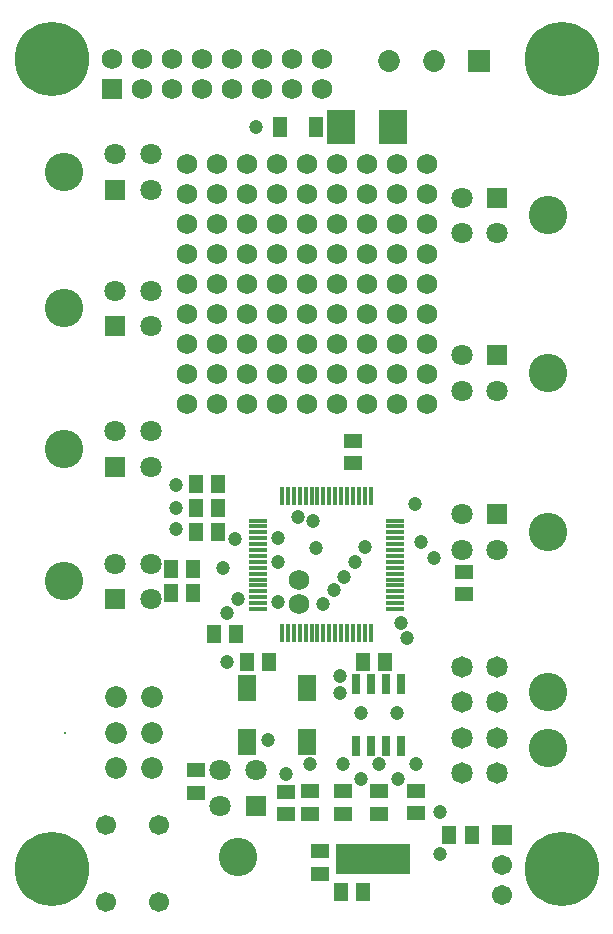
<source format=gbr>
%TF.GenerationSoftware,Altium Limited,Altium Designer,20.1.14 (287)*%
G04 Layer_Color=16711935*
%FSLAX25Y25*%
%MOIN*%
%TF.SameCoordinates,EAB65FBB-9CC0-4E70-8F82-B449C0BBF2B7*%
%TF.FilePolarity,Negative*%
%TF.FileFunction,Soldermask,Bot*%
%TF.Part,Single*%
G01*
G75*
%TA.AperFunction,SMDPad,CuDef*%
%ADD35R,0.01181X0.06496*%
%ADD36R,0.06496X0.01181*%
%TA.AperFunction,NonConductor*%
%ADD51R,0.25000X0.10000*%
%TA.AperFunction,SMDPad,CuDef*%
%ADD52R,0.04737X0.07099*%
%ADD53R,0.06312X0.04934*%
%ADD54R,0.05918X0.09068*%
%ADD55R,0.03162X0.06706*%
%ADD56R,0.04934X0.06312*%
%ADD57R,0.09300X0.11599*%
%TA.AperFunction,ComponentPad*%
%ADD58C,0.06902*%
%ADD59R,0.06902X0.06902*%
%ADD60C,0.06800*%
%ADD61C,0.12808*%
%ADD62C,0.07119*%
%ADD63R,0.07119X0.07119*%
%ADD64C,0.07178*%
%ADD65C,0.06698*%
%ADD66R,0.04600X0.04600*%
%ADD67C,0.04600*%
%ADD68R,0.07119X0.07119*%
%ADD69R,0.07296X0.07296*%
%ADD70C,0.07296*%
%ADD71C,0.07217*%
%ADD72C,0.00800*%
%ADD73R,0.06706X0.06706*%
%ADD74C,0.06706*%
%TA.AperFunction,ViaPad*%
%ADD75C,0.04737*%
%ADD76C,0.24800*%
D35*
X91736Y139338D02*
D03*
X93705D02*
D03*
X95673D02*
D03*
X97642D02*
D03*
X99610D02*
D03*
X101579D02*
D03*
X103547D02*
D03*
X105516D02*
D03*
X107484D02*
D03*
X109453D02*
D03*
X111421D02*
D03*
X113390D02*
D03*
X115358D02*
D03*
X117327D02*
D03*
X119295D02*
D03*
X121264D02*
D03*
Y93662D02*
D03*
X119295D02*
D03*
X117327D02*
D03*
X115358D02*
D03*
X113390D02*
D03*
X111421D02*
D03*
X109453D02*
D03*
X107484D02*
D03*
X105516D02*
D03*
X103547D02*
D03*
X101579D02*
D03*
X99610D02*
D03*
X97642D02*
D03*
X95673D02*
D03*
X93705D02*
D03*
X91736D02*
D03*
D36*
X129338Y131264D02*
D03*
Y129295D02*
D03*
Y127327D02*
D03*
Y125358D02*
D03*
Y123390D02*
D03*
Y121421D02*
D03*
Y119453D02*
D03*
Y117484D02*
D03*
Y115516D02*
D03*
Y113547D02*
D03*
Y111579D02*
D03*
Y109610D02*
D03*
Y107642D02*
D03*
Y105673D02*
D03*
Y103705D02*
D03*
Y101736D02*
D03*
X83662D02*
D03*
Y103705D02*
D03*
Y105673D02*
D03*
Y107642D02*
D03*
Y109610D02*
D03*
Y111579D02*
D03*
Y113547D02*
D03*
Y115516D02*
D03*
Y117484D02*
D03*
Y119453D02*
D03*
Y121421D02*
D03*
Y123390D02*
D03*
Y125358D02*
D03*
Y127327D02*
D03*
Y129295D02*
D03*
Y131264D02*
D03*
D51*
X122000Y18500D02*
D03*
D52*
X103000Y262500D02*
D03*
X91189D02*
D03*
D53*
X63000Y40520D02*
D03*
Y48000D02*
D03*
X136500Y33760D02*
D03*
Y41240D02*
D03*
X112000Y33500D02*
D03*
Y40980D02*
D03*
X101000Y33500D02*
D03*
Y40980D02*
D03*
X124000Y33500D02*
D03*
Y40980D02*
D03*
X104500Y21000D02*
D03*
Y13520D02*
D03*
X93000Y33410D02*
D03*
Y40890D02*
D03*
X152500Y114091D02*
D03*
Y106610D02*
D03*
X115500Y157890D02*
D03*
Y150409D02*
D03*
D54*
X100000Y75555D02*
D03*
X80000D02*
D03*
Y57445D02*
D03*
X100000D02*
D03*
D55*
X116500Y56012D02*
D03*
X121500D02*
D03*
X126500D02*
D03*
X131500D02*
D03*
Y76878D02*
D03*
X126500D02*
D03*
X121500D02*
D03*
X116500D02*
D03*
D56*
X147520Y26500D02*
D03*
X155000D02*
D03*
X63000Y143500D02*
D03*
X70480D02*
D03*
X63000Y135500D02*
D03*
X70480D02*
D03*
X63000Y127500D02*
D03*
X70480D02*
D03*
X80000Y84000D02*
D03*
X87480D02*
D03*
X126091Y84000D02*
D03*
X118610D02*
D03*
X118890Y7500D02*
D03*
X111409D02*
D03*
X68910Y93500D02*
D03*
X76390D02*
D03*
X62090Y115000D02*
D03*
X54610D02*
D03*
X54610Y107000D02*
D03*
X62091D02*
D03*
D57*
X128701Y262500D02*
D03*
X111299D02*
D03*
D58*
X105000Y285000D02*
D03*
X95000D02*
D03*
X85000D02*
D03*
X75000D02*
D03*
X65000D02*
D03*
X55000D02*
D03*
X45000D02*
D03*
X35000D02*
D03*
X105000Y275000D02*
D03*
X95000D02*
D03*
X85000D02*
D03*
X75000D02*
D03*
X65000D02*
D03*
X55000D02*
D03*
X45000D02*
D03*
D59*
X35000D02*
D03*
D60*
X130000Y250000D02*
D03*
X120000D02*
D03*
X110000D02*
D03*
X60000Y190000D02*
D03*
Y170000D02*
D03*
Y180000D02*
D03*
X97500Y103500D02*
D03*
Y111500D02*
D03*
X140000Y190000D02*
D03*
Y180000D02*
D03*
Y170000D02*
D03*
Y200000D02*
D03*
Y230000D02*
D03*
X120000Y170000D02*
D03*
X130000D02*
D03*
X140000Y210000D02*
D03*
Y220000D02*
D03*
X110000Y170000D02*
D03*
X100000D02*
D03*
X90000D02*
D03*
X80000D02*
D03*
X70000D02*
D03*
X60000Y210000D02*
D03*
X100000Y250000D02*
D03*
X90000D02*
D03*
X80000D02*
D03*
X130000Y240000D02*
D03*
X120000D02*
D03*
X110000D02*
D03*
X100000D02*
D03*
X90000D02*
D03*
X80000D02*
D03*
X110000Y230000D02*
D03*
X100000D02*
D03*
X90000D02*
D03*
X80000D02*
D03*
X70000D02*
D03*
X60000Y220000D02*
D03*
X70000Y190000D02*
D03*
X80000Y220000D02*
D03*
X70000D02*
D03*
X140000Y250000D02*
D03*
X90000Y190000D02*
D03*
X80000Y180000D02*
D03*
X120000Y230000D02*
D03*
X130000D02*
D03*
X140000Y240000D02*
D03*
X90000Y180000D02*
D03*
X70000Y210000D02*
D03*
X130000Y220000D02*
D03*
X120000D02*
D03*
X110000D02*
D03*
X100000D02*
D03*
X90000D02*
D03*
X130000Y210000D02*
D03*
X120000D02*
D03*
X110000D02*
D03*
X100000D02*
D03*
X90000D02*
D03*
X80000D02*
D03*
X120000Y200000D02*
D03*
X110000D02*
D03*
X100000D02*
D03*
X90000D02*
D03*
X80000D02*
D03*
X70000D02*
D03*
Y250000D02*
D03*
X100000Y190000D02*
D03*
X70000Y180000D02*
D03*
X130000D02*
D03*
X120000D02*
D03*
X110000D02*
D03*
X100000D02*
D03*
X70000Y240000D02*
D03*
X80000Y190000D02*
D03*
X60000Y200000D02*
D03*
X130000D02*
D03*
X60000Y230000D02*
D03*
X110000Y190000D02*
D03*
X130000D02*
D03*
X120000D02*
D03*
X60000Y240000D02*
D03*
Y250000D02*
D03*
D61*
X19193Y155095D02*
D03*
X180500Y74004D02*
D03*
Y55500D02*
D03*
Y233000D02*
D03*
Y180500D02*
D03*
Y127500D02*
D03*
X19193Y111000D02*
D03*
Y202000D02*
D03*
Y247500D02*
D03*
X77000Y19193D02*
D03*
D62*
X48012Y161000D02*
D03*
Y149189D02*
D03*
X36201Y161000D02*
D03*
X151681Y227095D02*
D03*
Y238906D02*
D03*
X163492Y227095D02*
D03*
X151681Y174594D02*
D03*
Y186406D02*
D03*
X163492Y174594D02*
D03*
X151681Y121595D02*
D03*
Y133405D02*
D03*
X163492Y121595D02*
D03*
X48012Y116905D02*
D03*
Y105095D02*
D03*
X36201Y116905D02*
D03*
X48012Y207906D02*
D03*
Y196095D02*
D03*
X36201Y207906D02*
D03*
X48012Y253405D02*
D03*
Y241595D02*
D03*
X36201Y253405D02*
D03*
X71095Y48012D02*
D03*
X82906D02*
D03*
X71095Y36201D02*
D03*
D63*
X36201Y149189D02*
D03*
X163492Y238906D02*
D03*
Y186406D02*
D03*
Y133405D02*
D03*
X36201Y105095D02*
D03*
Y196095D02*
D03*
Y241595D02*
D03*
D64*
X151681Y47035D02*
D03*
Y58846D02*
D03*
Y70657D02*
D03*
Y82468D02*
D03*
X163492Y47035D02*
D03*
Y58846D02*
D03*
Y70657D02*
D03*
Y82468D02*
D03*
D65*
X33142Y4205D02*
D03*
Y29795D02*
D03*
X50858D02*
D03*
Y4205D02*
D03*
D66*
X112000Y16000D02*
D03*
D67*
Y21000D02*
D03*
X117000Y16000D02*
D03*
Y21000D02*
D03*
X122000Y16000D02*
D03*
Y21000D02*
D03*
X127000Y16000D02*
D03*
Y21000D02*
D03*
X132000Y16000D02*
D03*
Y21000D02*
D03*
D68*
X82906Y36201D02*
D03*
D69*
X157500Y284500D02*
D03*
D70*
X142500D02*
D03*
X127500D02*
D03*
D71*
X36508Y72311D02*
D03*
Y60500D02*
D03*
Y48689D02*
D03*
X48319D02*
D03*
Y60500D02*
D03*
Y72311D02*
D03*
D72*
X19500Y60500D02*
D03*
D73*
X165000Y26500D02*
D03*
D74*
Y16500D02*
D03*
Y6500D02*
D03*
D75*
X83000Y262500D02*
D03*
X73265Y84000D02*
D03*
X103000Y122000D02*
D03*
X102000Y131000D02*
D03*
X90500Y117500D02*
D03*
X142290Y118710D02*
D03*
X131500Y97000D02*
D03*
X76000Y125000D02*
D03*
X119500Y122500D02*
D03*
X111000Y73768D02*
D03*
X90500Y125500D02*
D03*
Y104000D02*
D03*
X138000Y124000D02*
D03*
X112500Y112500D02*
D03*
X109000Y108000D02*
D03*
X111000Y79500D02*
D03*
X136097Y136904D02*
D03*
X105500Y103500D02*
D03*
X97000Y132500D02*
D03*
X77122Y105055D02*
D03*
X133500Y92000D02*
D03*
X115977Y117500D02*
D03*
X73500Y100500D02*
D03*
X72000Y115516D02*
D03*
X87000Y58000D02*
D03*
X101000Y50000D02*
D03*
X93000Y46821D02*
D03*
X144500Y34000D02*
D03*
Y20000D02*
D03*
X136500Y50000D02*
D03*
X118000Y67000D02*
D03*
X130000D02*
D03*
X130500Y45000D02*
D03*
X124000Y50000D02*
D03*
X112000D02*
D03*
X118000Y45000D02*
D03*
X56500Y143000D02*
D03*
Y135500D02*
D03*
Y128500D02*
D03*
D76*
X185000Y285000D02*
D03*
X15000D02*
D03*
X185000Y15000D02*
D03*
X15000D02*
D03*
%TF.MD5,3429fc81a75d00e50c5d60936209febe*%
M02*

</source>
